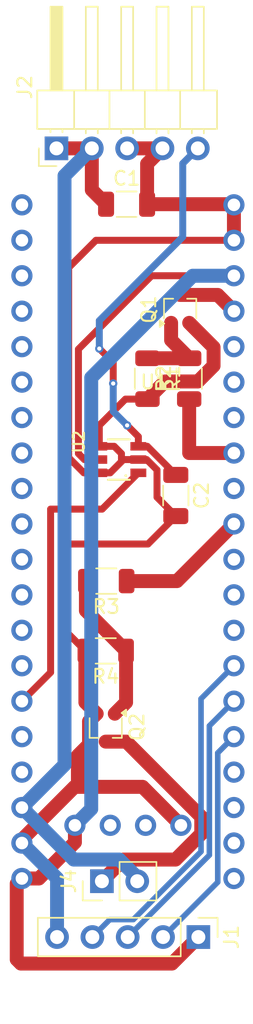
<source format=kicad_pcb>
(kicad_pcb (version 20241229) (generator "pcbnew") (generator_version "9.0")
  (title_block (title "ProlinUPControlBoard") (date "2025-06-16") (company "Sieben Zwanzig") (comment 1 "Mateus Santos Dias"))
  (layers (0 "F.Cu" signal) (2 "B.Cu" signal) (13 "F.Paste" user) (15 "B.Paste" user) (5 "F.SilkS" user "F.Silkscreen") (7 "B.SilkS" user "B.Silkscreen") (1 "F.Mask" user) (3 "B.Mask" user) (25 "Edge.Cuts" user))
  (net 0 "")
  (net 1 "+5V")
  (net 2 "GND")
  (net 3 "PA2_Y_ADXL")
  (net 4 "PA0_X_ADXL")
  (net 5 "+3.3V")
  (net 6 "PA1_Z_ADXL")
  (net 7 "TOUCH_BUTTON")
  (net 8 "SIGNAL_TOUCH")
  (net 9 "Net-(Q1-B)")
  (net 10 "Net-(Q1-C)")
  (net 11 "Net-(R2-Pad1)")
  (net 38 "PA6_PWM_OUTPUT")
  (net 39 "Net-(J4-Pin_1)")
  (net 40 "Net-(Q2-B)")
  (footprint "Connector_PinHeader_2.54mm:PinHeader_1x05_P2.54mm_Horizontal" (layer "F.Cu") (at 141.9225 76.15625 90)
    (property "Reference" "J2" (at 4.385 -2.27 90) (layer "F.SilkS"))
    (property "Value" "Conn_01x05_Pin")
    (fp_line (start 4.15 -1.38) (end 1.39 -1.38) (stroke (width 0.12)) (layer "F.SilkS"))
    (fp_line (start 1.39 -1.38) (end 1.39 11.54) (stroke (width 0.12)) (layer "F.SilkS"))
    (fp_line (start -1.27 -1.27) (end 0 -1.27) (stroke (width 0.12)) (layer "F.SilkS"))
    (fp_line (start 1.16 -0.43) (end 1.39 -0.43) (stroke (width 0.12)) (layer "F.SilkS"))
    (fp_line (start -1.27 0) (end -1.27 -1.27) (stroke (width 0.12)) (layer "F.SilkS"))
    (fp_line (start 1.16 0.43) (end 1.39 0.43) (stroke (width 0.12)) (layer "F.SilkS"))
    (fp_line (start 1.39 1.27) (end 4.15 1.27) (stroke (width 0.12)) (layer "F.SilkS"))
    (fp_line (start 10.15 2.11) (end 10.15 2.97) (stroke (width 0.12)) (layer "F.SilkS"))
    (fp_line (start 4.15 2.11) (end 10.15 2.11) (stroke (width 0.12)) (layer "F.SilkS"))
    (fp_line (start 1.077358 2.11) (end 1.39 2.11) (stroke (width 0.12)) (layer "F.SilkS"))
    (fp_line (start 10.15 2.97) (end 4.15 2.97) (stroke (width 0.12)) (layer "F.SilkS"))
    (fp_line (start 1.077358 2.97) (end 1.39 2.97) (stroke (width 0.12)) (layer "F.SilkS"))
    (fp_line (start 1.39 3.81) (end 4.15 3.81) (stroke (width 0.12)) (layer "F.SilkS"))
    (fp_line (start 10.15 4.65) (end 10.15 5.51) (stroke (width 0.12)) (layer "F.SilkS"))
    (fp_line (start 4.15 4.65) (end 10.15 4.65) (stroke (width 0.12)) (layer "F.SilkS"))
    (fp_line (start 1.077358 4.65) (end 1.39 4.65) (stroke (width 0.12)) (layer "F.SilkS"))
    (fp_line (start 10.15 5.51) (end 4.15 5.51) (stroke (width 0.12)) (layer "F.SilkS"))
    (fp_line (start 1.077358 5.51) (end 1.39 5.51) (stroke (width 0.12)) (layer "F.SilkS"))
    (fp_line (start 1.39 6.35) (end 4.15 6.35) (stroke (width 0.12)) (layer "F.SilkS"))
    (fp_line (start 10.15 7.19) (end 10.15 8.05) (stroke (width 0.12)) (layer "F.SilkS"))
    (fp_line (start 4.15 7.19) (end 10.15 7.19) (stroke (width 0.12)) (layer "F.SilkS"))
    (fp_line (start 1.077358 7.19) (end 1.39 7.19) (stroke (width 0.12)) (layer "F.SilkS"))
    (fp_line (start 10.15 8.05) (end 4.15 8.05) (stroke (width 0.12)) (layer "F.SilkS"))
    (fp_line (start 1.077358 8.05) (end 1.39 8.05) (stroke (width 0.12)) (layer "F.SilkS"))
    (fp_line (start 1.39 8.89) (end 4.15 8.89) (stroke (width 0.12)) (layer "F.SilkS"))
    (fp_line (start 10.15 9.73) (end 10.15 10.59) (stroke (width 0.12)) (layer "F.SilkS"))
    (fp_line (start 4.15 9.73) (end 10.15 9.73) (stroke (width 0.12)) (layer "F.SilkS"))
    (fp_line (start 1.077358 9.73) (end 1.39 9.73) (stroke (width 0.12)) (layer "F.SilkS"))
    (fp_line (start 10.15 10.59) (end 4.15 10.59) (stroke (width 0.12)) (layer "F.SilkS"))
    (fp_line (start 1.077358 10.59) (end 1.39 10.59) (stroke (width 0.12)) (layer "F.SilkS"))
    (fp_line (start 4.15 11.54) (end 4.15 -1.38) (stroke (width 0.12)) (layer "F.SilkS"))
    (fp_line (start 1.39 11.54) (end 4.15 11.54) (stroke (width 0.12)) (layer "F.SilkS"))
    (fp_rect (start 4.15 -0.43) (end 10.15 0.43) (stroke (width 0.12)) (fill yes) (layer "F.SilkS"))
    (pad "1" thru_hole rect (at 0 0 90) (size 1.7 1.7) (drill 1) (layers "*.Cu" "*.Mask") (net 1 "+5V"))
    (pad "2" thru_hole circle (at 0 2.54 90) (size 1.7 1.7) (drill 1) (layers "*.Cu" "*.Mask") (net 1 "+5V"))
    (pad "3" thru_hole circle (at 0 5.08 90) (size 1.7 1.7) (drill 1) (layers "*.Cu" "*.Mask") (net 2 "GND"))
    (pad "4" thru_hole circle (at 0 7.62 90) (size 1.7 1.7) (drill 1) (layers "*.Cu" "*.Mask") (net 2 "GND"))
    (pad "5" thru_hole circle (at 0 10.16 90) (size 1.7 1.7) (drill 1) (layers "*.Cu" "*.Mask") (net 7 "TOUCH_BUTTON"))
  )
  (footprint "Resistor_SMD:R_1206_3216Metric" (layer "F.Cu") (at 145.5 107.15625 180)
    (property "Reference" "R3" (at 0 -1.83 0) (layer "F.SilkS"))
    (property "Value" "1k")
    (fp_line (start -0.727064 0.91) (end 0.727064 0.91) (stroke (width 0.12)) (layer "F.SilkS"))
    (fp_line (start -0.727064 -0.91) (end 0.727064 -0.91) (stroke (width 0.12)) (layer "F.SilkS"))
    (pad "1" smd roundrect (at -1.4625 0 180) (size 1.125 1.75) (layers "F.Cu" "F.Mask" "F.Paste") (roundrect_rratio 0.222222) (net 38 "PA6_PWM_OUTPUT"))
    (pad "2" smd roundrect (at 1.4625 0 180) (size 1.125 1.75) (layers "F.Cu" "F.Mask" "F.Paste") (roundrect_rratio 0.222222) (net 40 "Net-(Q2-B)"))
  )
  (footprint "Resistor_SMD:R_1206_3216Metric" (layer "F.Cu") (at 148.4625 92.65625 -90)
    (property "Reference" "R1" (at 0 -1.83 90) (layer "F.SilkS"))
    (property "Value" "10k")
    (fp_line (start -0.727064 0.91) (end 0.727064 0.91) (stroke (width 0.12)) (layer "F.SilkS"))
    (fp_line (start -0.727064 -0.91) (end 0.727064 -0.91) (stroke (width 0.12)) (layer "F.SilkS"))
    (pad "1" smd roundrect (at -1.4625 0 270) (size 1.125 1.75) (layers "F.Cu" "F.Mask" "F.Paste") (roundrect_rratio 0.222222) (net 9 "Net-(Q1-B)"))
    (pad "2" smd roundrect (at 1.4625 0 270) (size 1.125 1.75) (layers "F.Cu" "F.Mask" "F.Paste") (roundrect_rratio 0.222222) (net 2 "GND"))
  )
  (footprint "Resistor_SMD:R_1206_3216Metric" (layer "F.Cu") (at 145.4625 112.15625 180)
    (property "Reference" "R4" (at 0 -1.83 0) (layer "F.SilkS"))
    (property "Value" "10k")
    (fp_line (start -0.727064 0.91) (end 0.727064 0.91) (stroke (width 0.12)) (layer "F.SilkS"))
    (fp_line (start -0.727064 -0.91) (end 0.727064 -0.91) (stroke (width 0.12)) (layer "F.SilkS"))
    (pad "1" smd roundrect (at -1.4625 0 180) (size 1.125 1.75) (layers "F.Cu" "F.Mask" "F.Paste") (roundrect_rratio 0.222222) (net 40 "Net-(Q2-B)"))
    (pad "2" smd roundrect (at 1.4625 0 180) (size 1.125 1.75) (layers "F.Cu" "F.Mask" "F.Paste") (roundrect_rratio 0.222222) (net 2 "GND"))
  )
  (footprint "Resistor_SMD:R_1206_3216Metric" (layer "F.Cu") (at 151.4625 92.65625 90)
    (property "Reference" "R2" (at 0 -1.83 90) (layer "F.SilkS"))
    (property "Value" "1k")
    (fp_line (start -0.727064 -0.91) (end 0.727064 -0.91) (stroke (width 0.12)) (layer "F.SilkS"))
    (fp_line (start -0.727064 0.91) (end 0.727064 0.91) (stroke (width 0.12)) (layer "F.SilkS"))
    (pad "1" smd roundrect (at -1.4625 0 90) (size 1.125 1.75) (layers "F.Cu" "F.Mask" "F.Paste") (roundrect_rratio 0.222222) (net 11 "Net-(R2-Pad1)"))
    (pad "2" smd roundrect (at 1.4625 0 90) (size 1.125 1.75) (layers "F.Cu" "F.Mask" "F.Paste") (roundrect_rratio 0.222222) (net 9 "Net-(Q1-B)"))
  )
  (footprint "Package_TO_SOT_SMD:SOT-323_SC-70" (layer "F.Cu") (at 150.8125 87.65625 90)
    (property "Reference" "Q1" (at -0.05 -2.25 90) (layer "F.SilkS"))
    (property "Value" "BC817W")
    (fp_line (start 0.73 -1.16) (end 0.73 -0.5) (stroke (width 0.12)) (layer "F.SilkS"))
    (fp_line (start -0.68 -1.16) (end 0.73 -1.16) (stroke (width 0.12)) (layer "F.SilkS"))
    (fp_line (start 0.73 0.5) (end 0.73 1.16) (stroke (width 0.12)) (layer "F.SilkS"))
    (fp_line (start -0.68 1.16) (end 0.73 1.16) (stroke (width 0.12)) (layer "F.SilkS"))
    (fp_poly (pts (xy -1.05 -1.14) (xy -1.29 -1.47) (xy -0.81 -1.47) (xy -1.05 -1.14)) (stroke (width 0.12)) (fill yes) (layer "F.SilkS"))
    (pad "1" smd roundrect (at -1 -0.65) (size 0.45 0.7) (layers "F.Cu" "F.Mask" "F.Paste") (net 9 "Net-(Q1-B)"))
    (pad "2" smd roundrect (at -1 0.65) (size 0.45 0.7) (layers "F.Cu" "F.Mask" "F.Paste") (net 2 "GND"))
    (pad "3" smd roundrect (at 1 0) (size 0.45 0.7) (layers "F.Cu" "F.Mask" "F.Paste") (net 10 "Net-(Q1-C)"))
  )
  (footprint "ttp223:SOT23-6" (layer "F.Cu") (at 146.404 98.45 90)
    (property "Reference" "U2" (at 1.27 -2.8704 90) (layer "F.SilkS") (effects (font (size 0.8 0.8))))
    (property "Value" "TTP223-BA6")
    (fp_line (start 1.4478 -0.781) (end 1.4478 0.781) (stroke (width 0.1524)) (layer "F.SilkS"))
    (fp_line (start -1.4478 0.781) (end -1.4478 -0.781) (stroke (width 0.1524)) (layer "F.SilkS"))
    (fp_circle (center -1.15 0.5) (end -1.05 0.5) (fill yes) (layer "F.SilkS"))
    (pad "1" smd rect (at -0.95 1.404 90) (size 0.6096 1.143) (layers "F.Cu" "F.Mask" "F.Paste") (net 8 "SIGNAL_TOUCH"))
    (pad "2" smd rect (at 0 1.404 90) (size 0.6096 1.143) (layers "F.Cu" "F.Mask" "F.Paste") (net 2 "GND"))
    (pad "3" smd rect (at 0.95 1.404 90) (size 0.6096 1.143) (layers "F.Cu" "F.Mask" "F.Paste") (net 7 "TOUCH_BUTTON"))
    (pad "4" smd rect (at 0.95 -1.404 90) (size 0.6096 1.143) (layers "F.Cu" "F.Mask" "F.Paste") (net 2 "GND"))
    (pad "5" smd rect (at 0 -1.404 90) (size 0.6096 1.143) (layers "F.Cu" "F.Mask" "F.Paste") (net 5 "+3.3V"))
    (pad "6" smd rect (at -0.95 -1.404 90) (size 0.6096 1.143) (layers "F.Cu" "F.Mask" "F.Paste") (net 2 "GND"))
  )
  (footprint "Connector_PinHeader_2.54mm:PinHeader_1x05_P2.54mm_Vertical" (layer "F.Cu") (at 152.1225 132.65625 -90)
    (property "Reference" "J1" (at 0 -2.38 90) (layer "F.SilkS"))
    (property "Value" "Conn_01x05_Pin")
    (fp_line (start -1.38 11.54) (end 1.38 11.54) (stroke (width 0.12)) (layer "F.SilkS"))
    (fp_line (start -1.38 1.27) (end -1.38 11.54) (stroke (width 0.12)) (layer "F.SilkS"))
    (fp_line (start -1.38 1.27) (end 1.38 1.27) (stroke (width 0.12)) (layer "F.SilkS"))
    (fp_line (start 1.38 1.27) (end 1.38 11.54) (stroke (width 0.12)) (layer "F.SilkS"))
    (fp_line (start -1.38 0) (end -1.38 -1.38) (stroke (width 0.12)) (layer "F.SilkS"))
    (fp_line (start -1.38 -1.38) (end 0 -1.38) (stroke (width 0.12)) (layer "F.SilkS"))
    (pad "1" thru_hole rect (at 0 0 270) (size 1.7 1.7) (drill 1) (layers "*.Cu" "*.Mask") (net 5 "+3.3V"))
    (pad "2" thru_hole circle (at 0 2.54 270) (size 1.7 1.7) (drill 1) (layers "*.Cu" "*.Mask") (net 4 "PA0_X_ADXL"))
    (pad "3" thru_hole circle (at 0 5.08 270) (size 1.7 1.7) (drill 1) (layers "*.Cu" "*.Mask") (net 6 "PA1_Z_ADXL"))
    (pad "4" thru_hole circle (at 0 7.62 270) (size 1.7 1.7) (drill 1) (layers "*.Cu" "*.Mask") (net 3 "PA2_Y_ADXL"))
    (pad "5" thru_hole circle (at 0 10.16 270) (size 1.7 1.7) (drill 1) (layers "*.Cu" "*.Mask") (net 2 "GND"))
  )
  (footprint "Package_TO_SOT_SMD:SOT-323_SC-70" (layer "F.Cu") (at 145.4625 117.65625 -90)
    (property "Reference" "Q2" (at -0.05 -2.25 90) (layer "F.SilkS"))
    (property "Value" "BC817W")
    (fp_line (start -0.68 1.16) (end 0.73 1.16) (stroke (width 0.12)) (layer "F.SilkS"))
    (fp_line (start 0.73 0.5) (end 0.73 1.16) (stroke (width 0.12)) (layer "F.SilkS"))
    (fp_line (start -0.68 -1.16) (end 0.73 -1.16) (stroke (width 0.12)) (layer "F.SilkS"))
    (fp_line (start 0.73 -1.16) (end 0.73 -0.5) (stroke (width 0.12)) (layer "F.SilkS"))
    (fp_poly (pts (xy -1.05 -1.14) (xy -1.29 -1.47) (xy -0.81 -1.47) (xy -1.05 -1.14)) (stroke (width 0.12)) (fill yes) (layer "F.SilkS"))
    (pad "1" smd roundrect (at -1 -0.65 180) (size 0.45 0.7) (layers "F.Cu" "F.Mask" "F.Paste") (net 40 "Net-(Q2-B)"))
    (pad "2" smd roundrect (at -1 0.65 180) (size 0.45 0.7) (layers "F.Cu" "F.Mask" "F.Paste") (net 2 "GND"))
    (pad "3" smd roundrect (at 1 0 180) (size 0.45 0.7) (layers "F.Cu" "F.Mask" "F.Paste") (net 39 "Net-(J4-Pin_1)"))
  )
  (footprint "Connector_PinHeader_2.54mm:PinHeader_1x02_P2.54mm_Vertical" (layer "F.Cu") (at 145.1875 128.65625 90)
    (property "Reference" "J4" (at 0 -2.38 90) (layer "F.SilkS"))
    (property "Value" "Conn_01x02_Pin")
    (fp_line (start -1.38 -1.38) (end 0 -1.38) (stroke (width 0.12)) (layer "F.SilkS"))
    (fp_line (start -1.38 0) (end -1.38 -1.38) (stroke (width 0.12)) (layer "F.SilkS"))
    (fp_line (start 1.38 1.27) (end 1.38 3.92) (stroke (width 0.12)) (layer "F.SilkS"))
    (fp_line (start -1.38 1.27) (end 1.38 1.27) (stroke (width 0.12)) (layer "F.SilkS"))
    (fp_line (start -1.38 1.27) (end -1.38 3.92) (stroke (width 0.12)) (layer "F.SilkS"))
    (fp_line (start -1.38 3.92) (end 1.38 3.92) (stroke (width 0.12)) (layer "F.SilkS"))
    (pad "1" thru_hole rect (at 0 0 90) (size 1.7 1.7) (drill 1) (layers "*.Cu" "*.Mask") (net 39 "Net-(J4-Pin_1)"))
    (pad "2" thru_hole circle (at 0 2.54 90) (size 1.7 1.7) (drill 1) (layers "*.Cu" "*.Mask") (net 1 "+5V"))
  )
  (footprint "blue-pill-kicad:blue_pill" (layer "F.Cu") (at 148.9625 101.15625)
    (property "Reference" "U1" (at 0 -8.255 0) (layer "F.SilkS"))
    (property "Value" "BP")
    (pad "3V3" thru_hole circle (at -9.525 27.305) (size 1.524 1.524) (drill 0.9) (layers "*.Cu" "*.Mask") (net 5 "+3.3V"))
    (pad "3V3" thru_hole circle (at -5.715 23.495) (size 1.524 1.524) (drill 0.9) (layers "*.Cu" "*.Mask") (net 5 "+3.3V"))
    (pad "3V3" thru_hole circle (at 5.715 -15.875) (size 1.524 1.524) (drill 0.9) (layers "*.Cu" "*.Mask") (net 5 "+3.3V"))
    (pad "5V" thru_hole circle (at -9.525 22.225) (size 1.524 1.524) (drill 0.9) (layers "*.Cu" "*.Mask") (net 1 "+5V"))
    (pad "G" thru_hole circle (at -9.525 24.765) (size 1.524 1.524) (drill 0.9) (layers "*.Cu" "*.Mask") (net 2 "GND"))
    (pad "G" thru_hole circle (at 1.905 23.495) (size 1.524 1.524) (drill 0.9) (layers "*.Cu" "*.Mask") (net 2 "GND"))
    (pad "G" thru_hole circle (at 5.715 -20.955) (size 1.524 1.524) (drill 0.9) (layers "*.Cu" "*.Mask") (net 2 "GND"))
    (pad "G" thru_hole circle (at 5.715 -18.415) (size 1.524 1.524) (drill 0.9) (layers "*.Cu" "*.Mask") (net 2 "GND"))
    (pad "NRST" thru_hole circle (at 5.715 -13.335) (size 1.524 1.524) (drill 0.9) (layers "*.Cu" "*.Mask") (net 10 "Net-(Q1-C)"))
    (pad "PA0" thru_hole circle (at 5.715 17.145) (size 1.524 1.524) (drill 0.9) (layers "*.Cu" "*.Mask") (net 4 "PA0_X_ADXL"))
    (pad "PA1" thru_hole circle (at 5.715 14.605) (size 1.524 1.524) (drill 0.9) (layers "*.Cu" "*.Mask") (net 6 "PA1_Z_ADXL"))
    (pad "PA2" thru_hole circle (at 5.715 12.065) (size 1.524 1.524) (drill 0.9) (layers "*.Cu" "*.Mask") (net 3 "PA2_Y_ADXL"))
    (pad "PA3" thru_hole circle (at 5.715 9.525) (size 1.524 1.524) (drill 0.9) (layers "*.Cu" "*.Mask"))
    (pad "PA4" thru_hole circle (at 5.715 6.985) (size 1.524 1.524) (drill 0.9) (layers "*.Cu" "*.Mask"))
    (pad "PA5" thru_hole circle (at 5.715 4.445) (size 1.524 1.524) (drill 0.9) (layers "*.Cu" "*.Mask"))
    (pad "PA6" thru_hole circle (at 5.715 1.905) (size 1.524 1.524) (drill 0.9) (layers "*.Cu" "*.Mask") (net 38 "PA6_PWM_OUTPUT"))
    (pad "PA7" thru_hole circle (at 5.715 -0.635) (size 1.524 1.524) (drill 0.9) (layers "*.Cu" "*.Mask"))
    (pad "PA8" thru_hole circle (at -9.525 -10.795) (size 1.524 1.524) (drill 0.9) (layers "*.Cu" "*.Mask"))
    (pad "PA9" thru_hole circle (at -9.525 -8.255) (size 1.524 1.524) (drill 0.9) (layers "*.Cu" "*.Mask"))
    (pad "PA10" thru_hole circle (at -9.525 -5.715) (size 1.524 1.524) (drill 0.9) (layers "*.Cu" "*.Mask"))
    (pad "PA11" thru_hole circle (at -9.525 -3.175) (size 1.524 1.524) (drill 0.9) (layers "*.Cu" "*.Mask"))
    (pad "PA12" thru_hole circle (at -9.525 -0.635) (size 1.524 1.524) (drill 0.9) (layers "*.Cu" "*.Mask"))
    (pad "PA15" thru_hole circle (at -9.525 1.905) (size 1.524 1.524) (drill 0.9) (layers "*.Cu" "*.Mask"))
    (pad "PB0" thru_hole circle (at 5.715 -3.175) (size 1.524 1.524) (drill 0.9) (layers "*.Cu" "*.Mask") (net 11 "Net-(R2-Pad1)"))
    (pad "PB1" thru_hole circle (at 5.715 -5.715) (size 1.524 1.524) (drill 0.9) (layers "*.Cu" "*.Mask"))
    (pad "PB3" thru_hole circle (at -9.525 4.445) (size 1.524 1.524) (drill 0.9) (layers "*.Cu" "*.Mask"))
    (pad "PB4" thru_hole circle (at -9.525 6.985) (size 1.524 1.524) (drill 0.9) (layers "*.Cu" "*.Mask"))
    (pad "PB5" thru_hole circle (at -9.525 9.525) (size 1.524 1.524) (drill 0.9) (layers "*.Cu" "*.Mask"))
    (pad "PB6" thru_hole circle (at -9.525 12.065) (size 1.524 1.524) (drill 0.9) (layers "*.Cu" "*.Mask"))
    (pad "PB7" thru_hole circle (at -9.525 14.605) (size 1.524 1.524) (drill 0.9) (layers "*.Cu" "*.Mask") (net 8 "SIGNAL_TOUCH"))
    (pad "PB8" thru_hole circle (at -9.525 17.145) (size 1.524 1.524) (drill 0.9) (layers "*.Cu" "*.Mask"))
    (pad "PB9" thru_hole circle (at -9.525 19.685) (size 1.524 1.524) (drill 0.9) (layers "*.Cu" "*.Mask"))
    (pad "PB10" thru_hole circle (at 5.715 -8.255) (size 1.524 1.524) (drill 0.9) (layers "*.Cu" "*.Mask"))
    (pad "PB11" thru_hole circle (at 5.715 -10.795) (size 1.524 1.524) (drill 0.9) (layers "*.Cu" "*.Mask"))
    (pad "PB12" thru_hole circle (at -9.525 -20.955) (size 1.524 1.524) (drill 0.9) (layers "*.Cu" "*.Mask"))
    (pad "PB13" thru_hole circle (at -9.525 -18.415) (size 1.524 1.524) (drill 0.9) (layers "*.Cu" "*.Mask"))
    (pad "PB14" thru_hole circle (at -9.525 -15.875) (size 1.524 1.524) (drill 0.9) (layers "*.Cu" "*.Mask"))
    (pad "PB15" thru_hole circle (at -9.525 -13.335) (size 1.524 1.524) (drill 0.9) (layers "*.Cu" "*.Mask"))
    (pad "PC13" thru_hole circle (at 5.715 24.765) (size 1.524 1.524) (drill 0.9) (layers "*.Cu" "*.Mask"))
    (pad "PC14" thru_hole circle (at 5.715 22.225) (size 1.524 1.524) (drill 0.9) (layers "*.Cu" "*.Mask"))
    (pad "PC15" thru_hole circle (at 5.715 19.685) (size 1.524 1.524) (drill 0.9) (layers "*.Cu" "*.Mask"))
    (pad "SWCLK" thru_hole circle (at -0.635 23.495) (size 1.524 1.524) (drill 0.9) (layers "*.Cu" "*.Mask"))
    (pad "SWO" thru_hole circle (at -3.175 23.495) (size 1.524 1.524) (drill 0.9) (layers "*.Cu" "*.Mask"))
    (pad "VBAT" thru_hole circle (at 5.715 27.305) (size 1.524 1.524) (drill 0.9) (layers "*.Cu" "*.Mask"))
  )
  (footprint "Capacitor_SMD:C_1206_3216Metric" (layer "F.Cu") (at 150.5 101.025 -90)
    (property "Reference" "C2" (at 0 -1.85 90) (layer "F.SilkS"))
    (property "Value" "C")
    (fp_line (start -0.711252 0.91) (end 0.711252 0.91) (stroke (width 0.12)) (layer "F.SilkS"))
    (fp_line (start -0.711252 -0.91) (end 0.711252 -0.91) (stroke (width 0.12)) (layer "F.SilkS"))
    (pad "1" smd roundrect (at -1.475 0 270) (size 1.15 1.8) (layers "F.Cu" "F.Mask" "F.Paste") (roundrect_rratio 0.217391) (net 7 "TOUCH_BUTTON"))
    (pad "2" smd roundrect (at 1.475 0 270) (size 1.15 1.8) (layers "F.Cu" "F.Mask" "F.Paste") (roundrect_rratio 0.217391) (net 2 "GND"))
  )
  (footprint "Capacitor_SMD:C_1206_3216Metric" (layer "F.Cu") (at 146.9625 80.15625)
    (property "Reference" "C1" (at 0 -1.85 0) (layer "F.SilkS"))
    (property "Value" "C")
    (fp_line (start -0.711252 -0.91) (end 0.711252 -0.91) (stroke (width 0.12)) (layer "F.SilkS"))
    (fp_line (start -0.711252 0.91) (end 0.711252 0.91) (stroke (width 0.12)) (layer "F.SilkS"))
    (pad "1" smd roundrect (at -1.475 0) (size 1.15 1.8) (layers "F.Cu" "F.Mask" "F.Paste") (roundrect_rratio 0.217391) (net 1 "+5V"))
    (pad "2" smd roundrect (at 1.475 0) (size 1.15 1.8) (layers "F.Cu" "F.Mask" "F.Paste") (roundrect_rratio 0.217391) (net 2 "GND"))
  )
  (segment (start 144.4625 76.15625) (end 144.4625 79.13125) (width 1) (layer "F.Cu") (net 1))
  (segment (start 141.9225 76.15625) (end 144.4625 76.15625) (width 1) (layer "F.Cu") (net 1))
  (segment (start 144.4625 79.13125) (end 145.4875 80.15625) (width 1) (layer "F.Cu") (net 1))
  (segment (start 144.4625 76.15625) (end 142.5 78.11875) (width 1) (layer "B.Cu") (net 1))
  (segment (start 142.5 120.31875) (end 139.4375 123.38125) (width 1) (layer "B.Cu") (net 1))
  (segment (start 147.7275 128.39125) (end 147.7275 128.65625) (width 1) (layer "B.Cu") (net 1))
  (segment (start 139.4375 123.38125) (end 143.1615 127.10525) (width 1) (layer "B.Cu") (net 1))
  (segment (start 142.5 78.11875) (end 142.5 120.31875) (width 1) (layer "B.Cu") (net 1))
  (segment (start 146.4415 127.10525) (end 147.7275 128.39125) (width 1) (layer "B.Cu") (net 1))
  (segment (start 143.1615 127.10525) (end 146.4415 127.10525) (width 1) (layer "B.Cu") (net 1))
  (segment (start 148.358125 122.141875) (end 148.1125 121.89625) (width 1) (layer "F.Cu") (net 2))
  (segment (start 139.4375 125.68125) (end 143.2225 121.89625) (width 1) (layer "F.Cu") (net 2))
  (segment (start 143.4625 119.65625) (end 144.2615 118.85725) (width 1) (layer "F.Cu") (net 2))
  (segment (start 142.5 104.5) (end 142.5 110.65625) (width 0.5) (layer "F.Cu") (net 2))
  (segment (start 143.2225 121.89625) (end 143.4625 121.89625) (width 1) (layer "F.Cu") (net 2))
  (segment (start 144.2615 117.20725) (end 144.8125 116.65625) (width 1) (layer "F.Cu") (net 2))
  (segment (start 145 97.5) (end 145 96) (width 0.5) (layer "F.Cu") (net 2))
  (segment (start 146.88125 94.11875) (end 148.4625 94.11875) (width 0.5) (layer "F.Cu") (net 2))
  (segment (start 150.5 102.5) (end 148.5 104.5) (width 0.5) (layer "F.Cu") (net 2))
  (segment (start 142.799 98.311864) (end 142.799 84.701) (width 0.5) (layer "F.Cu") (net 2))
  (segment (start 146.0715 97.5) (end 146.59325 98.02175) (width 0.5) (layer "F.Cu") (net 2))
  (segment (start 148.4375 80.15625) (end 148.4375 77.26125) (width 1) (layer "F.Cu") (net 2))
  (segment (start 139.4375 125.92125) (end 139.4375 125.68125) (width 1) (layer "F.Cu") (net 2))
  (segment (start 146.7365 98.45) (end 146.59325 98.59325) (width 0.5) (layer "F.Cu") (net 2))
  (segment (start 152.090344 92.85525) (end 149.726 92.85525) (width 1) (layer "F.Cu") (net 2))
  (segment (start 153.2145 90.40825) (end 153.2145 91.731094) (width 1) (layer "F.Cu") (net 2))
  (segment (start 144.2615 118.85725) (end 144.2615 117.20725) (width 1) (layer "F.Cu") (net 2))
  (segment (start 151.4625 88.65625) (end 153.2145 90.40825) (width 1) (layer "F.Cu") (net 2))
  (segment (start 147.0025 76.15625) (end 149.5425 76.15625) (width 1) (layer "F.Cu") (net 2))
  (segment (start 145.7865 99.4) (end 145 99.4) (width 0.5) (layer "F.Cu") (net 2))
  (segment (start 154.6325 80.15625) (end 154.6775 80.20125) (width 1) (layer "F.Cu") (net 2))
  (segment (start 148.1125 121.89625) (end 143.4625 121.89625) (width 1) (layer "F.Cu") (net 2))
  (segment (start 144.75875 82.74125) (end 154.6775 82.74125) (width 0.5) (layer "F.Cu") (net 2))
  (segment (start 144 112.15625) (end 144 115.84375) (width 1) (layer "F.Cu") (net 2))
  (segment (start 142.5 110.65625) (end 144 112.15625) (width 0.5) (layer "F.Cu") (net 2))
  (segment (start 147.808 98.45) (end 146.7365 98.45) (width 0.5) (layer "F.Cu") (net 2))
  (segment (start 150.8675 124.65125) (end 148.358125 122.141875) (width 1) (layer "F.Cu") (net 2))
  (segment (start 148.408636 98.45) (end 149.149 99.190364) (width 0.5) (layer "F.Cu") (net 2))
  (segment (start 148.4375 80.15625) (end 154.6325 80.15625) (width 1) (layer "F.Cu") (net 2))
  (segment (start 148.5 104.5) (end 142.5 104.5) (width 0.5) (layer "F.Cu") (net 2))
  (segment (start 147.808 98.45) (end 148.408636 98.45) (width 0.5) (layer "F.Cu") (net 2))
  (segment (start 146.59325 98.02175) (end 146.59325 98.59325) (width 0.5) (layer "F.Cu") (net 2))
  (segment (start 146.59325 98.59325) (end 145.7865 99.4) (width 0.5) (layer "F.Cu") (net 2))
  (segment (start 153.2145 91.731094) (end 152.090344 92.85525) (width 1) (layer "F.Cu") (net 2))
  (segment (start 143.887136 99.4) (end 142.799 98.311864) (width 0.5) (layer "F.Cu") (net 2))
  (segment (start 149.149 101.149) (end 150.5 102.5) (width 0.5) (layer "F.Cu") (net 2))
  (segment (start 149.149 99.190364) (end 149.149 101.149) (width 0.5) (layer "F.Cu") (net 2))
  (segment (start 145 96) (end 146.88125 94.11875) (width 0.5) (layer "F.Cu") (net 2))
  (segment (start 145 97.5) (end 146.0715 97.5) (width 0.5) (layer "F.Cu") (net 2))
  (segment (start 144 115.84375) (end 144.8125 116.65625) (width 1) (layer "F.Cu") (net 2))
  (segment (start 143.4625 121.89625) (end 143.4625 119.65625) (width 1) (layer "F.Cu") (net 2))
  (segment (start 142.799 84.701) (end 144.75875 82.74125) (width 0.5) (layer "F.Cu") (net 2))
  (segment (start 154.6775 80.20125) (end 154.6775 82.74125) (width 1) (layer "F.Cu") (net 2))
  (segment (start 145 99.4) (end 143.887136 99.4) (width 0.5) (layer "F.Cu") (net 2))
  (segment (start 148.4375 77.26125) (end 149.5425 76.15625) (width 1) (layer "F.Cu") (net 2))
  (segment (start 149.726 92.85525) (end 148.4625 94.11875) (width 1) (layer "F.Cu") (net 2))
  (segment (start 139.4375 125.92125) (end 141.9625 128.44625) (width 1) (layer "B.Cu") (net 2))
  (segment (start 141.9625 128.44625) (end 141.9625 132.65625) (width 1) (layer "B.Cu") (net 2))
  (segment (start 145.7535 131.40525) (end 147.443558 131.40525) (width 0.4) (layer "B.Cu") (net 3))
  (segment (start 152.3125 115.58625) (end 154.6775 113.22125) (width 0.4) (layer "B.Cu") (net 3))
  (segment (start 152.3125 126.536308) (end 152.3125 115.58625) (width 0.4) (layer "B.Cu") (net 3))
  (segment (start 144.5025 132.65625) (end 145.7535 131.40525) (width 0.4) (layer "B.Cu") (net 3))
  (segment (start 147.443558 131.40525) (end 152.3125 126.536308) (width 0.4) (layer "B.Cu") (net 3))
  (segment (start 149.5825 132.65625) (end 153.5145 128.72425) (width 0.4) (layer "B.Cu") (net 4))
  (segment (start 153.5145 128.72425) (end 153.5145 119.46425) (width 0.4) (layer "B.Cu") (net 4))
  (segment (start 153.5145 119.46425) (end 154.6775 118.30125) (width 0.4) (layer "B.Cu") (net 4))
  (segment (start 148.76071 85.28125) (end 154.6775 85.28125) (width 0.5) (layer "F.Cu") (net 5))
  (segment (start 145 98.45) (end 143.9285 98.45) (width 0.5) (layer "F.Cu") (net 5))
  (segment (start 139.0635 128.83525) (end 139.4375 128.46125) (width 1) (layer "F.Cu") (net 5))
  (segment (start 139.4375 128.46125) (end 140.6575 128.46125) (width 1) (layer "F.Cu") (net 5))
  (segment (start 143.2475 125.87125) (end 143.2475 124.65125) (width 1) (layer "F.Cu") (net 5))
  (segment (start 143.5 90.54196) (end 148.76071 85.28125) (width 0.5) (layer "F.Cu") (net 5))
  (segment (start 152.1225 132.65625) (end 150.2235 134.55525) (width 1) (layer "F.Cu") (net 5))
  (segment (start 139.0635 134.25725) (end 139.0635 128.83525) (width 1) (layer "F.Cu") (net 5))
  (segment (start 143.5 98.0215) (end 143.5 90.54196) (width 0.5) (layer "F.Cu") (net 5))
  (segment (start 150.2235 134.55525) (end 139.3615 134.55525) (width 1) (layer "F.Cu") (net 5))
  (segment (start 139.3615 134.55525) (end 139.0635 134.25725) (width 1) (layer "F.Cu") (net 5))
  (segment (start 140.6575 128.46125) (end 143.2475 125.87125) (width 1) (layer "F.Cu") (net 5))
  (segment (start 143.9285 98.45) (end 143.5 98.0215) (width 0.5) (layer "F.Cu") (net 5))
  (segment (start 151.71875 85.28125) (end 154.6775 85.28125) (width 1) (layer "B.Cu") (net 5))
  (segment (start 143.2475 124.65125) (end 144.4225 123.47625) (width 1) (layer "B.Cu") (net 5))
  (segment (start 144.4225 92.5775) (end 151.71875 85.28125) (width 1) (layer "B.Cu") (net 5))
  (segment (start 144.4225 123.47625) (end 144.4225 92.5775) (width 1) (layer "B.Cu") (net 5))
  (segment (start 147.0425 132.65625) (end 152.9135 126.78525) (width 0.4) (layer "B.Cu") (net 6))
  (segment (start 152.9135 126.78525) (end 152.9135 117.52525) (width 0.4) (layer "B.Cu") (net 6))
  (segment (start 152.9135 117.52525) (end 154.6775 115.76125) (width 0.4) (layer "B.Cu") (net 6))
  (segment (start 147.808 96.808) (end 147 96) (width 0.5) (layer "F.Cu") (net 7))
  (segment (start 148.45 97.5) (end 150.5 99.55) (width 0.5) (layer "F.Cu") (net 7))
  (segment (start 146 91.5) (end 145 90.5) (width 0.5) (layer "F.Cu") (net 7))
  (segment (start 146 93) (end 146 91.5) (width 0.5) (layer "F.Cu") (net 7))
  (segment (start 147.808 97.5) (end 147.808 96.808) (width 0.5) (layer "F.Cu") (net 7))
  (segment (start 147.808 97.5) (end 148.45 97.5) (width 0.5) (layer "F.Cu") (net 7))
  (via (at 147 96) (size 0.6) (drill 0.3) (layers "F.Cu" "B.Cu") (net 7))
  (via (at 146 93) (size 0.6) (drill 0.3) (layers "F.Cu" "B.Cu") (net 7))
  (via (at 145 90.5) (size 0.6) (drill 0.3) (layers "F.Cu" "B.Cu") (net 7))
  (via (at 146 93) (size 0.6) (drill 0.3) (layers "F.Cu" "B.Cu") (net 7))
  (segment (start 146 95) (end 146 93) (width 0.5) (layer "B.Cu") (net 7))
  (segment (start 145 90.5) (end 145 88.5) (width 0.5) (layer "B.Cu") (net 7))
  (segment (start 151 77.23875) (end 152.0825 76.15625) (width 0.5) (layer "B.Cu") (net 7))
  (segment (start 147 96) (end 146 95) (width 0.5) (layer "B.Cu") (net 7))
  (segment (start 145 88.5) (end 151 82.5) (width 0.5) (layer "B.Cu") (net 7))
  (segment (start 151 82.5) (end 151 77.23875) (width 0.5) (layer "B.Cu") (net 7))
  (segment (start 145.208 102) (end 141.5 102) (width 0.5) (layer "F.Cu") (net 8))
  (segment (start 147.808 99.4) (end 145.208 102) (width 0.5) (layer "F.Cu") (net 8))
  (segment (start 141.5 113.69875) (end 139.4375 115.76125) (width 0.5) (layer "F.Cu") (net 8))
  (segment (start 141.5 102) (end 141.5 113.69875) (width 0.5) (layer "F.Cu") (net 8))
  (segment (start 150.1625 88.65625) (end 150.1625 89.89375) (width 1) (layer "F.Cu") (net 9))
  (segment (start 150.1625 89.89375) (end 151.4625 91.19375) (width 1) (layer "F.Cu") (net 9))
  (segment (start 148.4625 91.19375) (end 151.4625 91.19375) (width 1) (layer "F.Cu") (net 9))
  (segment (start 153.5125 86.65625) (end 154.6775 87.82125) (width 1) (layer "F.Cu") (net 10))
  (segment (start 150.8125 86.65625) (end 153.5125 86.65625) (width 1) (layer "F.Cu") (net 10))
  (segment (start 151.4625 94.11875) (end 151.4625 97.98125) (width 1) (layer "F.Cu") (net 11))
  (segment (start 151.4625 97.98125) (end 154.6775 97.98125) (width 1) (layer "F.Cu") (net 11))
  (segment (start 146.9625 107.15625) (end 150.5825 107.15625) (width 1) (layer "F.Cu") (net 38))
  (segment (start 150.5825 107.15625) (end 154.6775 103.06125) (width 1) (layer "F.Cu") (net 38))
  (segment (start 145.4625 118.65625) (end 146.941495 118.65625) (width 1) (layer "F.Cu") (net 39))
  (segment (start 152.3305 125.257245) (end 150.482495 127.10525) (width 1) (layer "F.Cu") (net 39))
  (segment (start 152.3305 124.045255) (end 152.3305 125.257245) (width 1) (layer "F.Cu") (net 39))
  (segment (start 146.7385 127.10525) (end 145.1875 128.65625) (width 1) (layer "F.Cu") (net 39))
  (segment (start 150.482495 127.10525) (end 146.7385 127.10525) (width 1) (layer "F.Cu") (net 39))
  (segment (start 146.941495 118.65625) (end 152.3305 124.045255) (width 1) (layer "F.Cu") (net 39))
  (segment (start 144.0375 109.26875) (end 146.925 112.15625) (width 1) (layer "F.Cu") (net 40))
  (segment (start 144.0375 107.15625) (end 144.0375 109.26875) (width 1) (layer "F.Cu") (net 40))
  (segment (start 146.925 115.84375) (end 146.1125 116.65625) (width 1) (layer "F.Cu") (net 40))
  (segment (start 146.925 112.15625) (end 146.925 115.84375) (width 1) (layer "F.Cu") (net 40))
)
</source>
